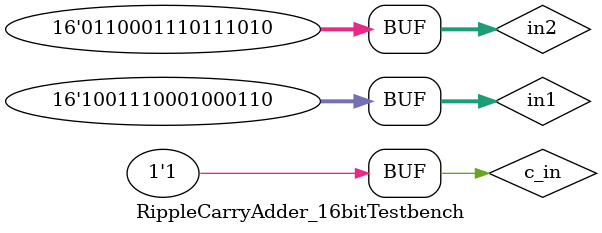
<source format=v>
`timescale 1ns / 1ps
/*
	Assignment Number: 3
	Problem Number: 1 Ripple Carry Adder
	Semester Number: 5
	Group Number: 22 
	Group Members: Nikhil Saraswat(20CS10039), Amit Kumar (20CS30003)
*/
//////////////////////////////////////////////////////////////////////////////////

module RippleCarryAdder_16bitTestbench; // Testbench module for Ripple Carry Adder

	// Unit Under Test (UUT) instantialization 
	RippleCarryAdder_16bit uut (
		.c_out(c_out),
		.sum(sum),
		.c_in(c_in),
		.in1(in1), 
		.in2(in2)
	);

	// Outputs
	wire [15:0] sum; // Sum of inputs
	wire c_out; // Carry out

	// Inputs
	reg [15:0] in1, in2; // Inputs
	reg c_in; // Carry in



	initial begin
		$monitor ("in1 = %d, in2 = %d, c_in = %d, c_out = %d, sum = %d", in1, in2, c_in, c_out, sum); // Prints the inputs and outputs
		// Initialize Inputs
		c_in = 0; in1 = 16'd16245; in2 = 16'd3785;
		#100;
		c_in = 1; in1 = 16'd3785; in2 = 16'd16245;
		#100;
		c_in = 0; in1 = 16'd65005; in2 = 16'd530;
		#100;
		c_in = 0; in1 = 16'd25531; in2 = 16'd40005;
		#100;
		c_in = 1; in1 = 16'd40006; in2 = 16'd25530;
	end
      
endmodule // end of module RippleCarryAdder_16bitTestbench
</source>
